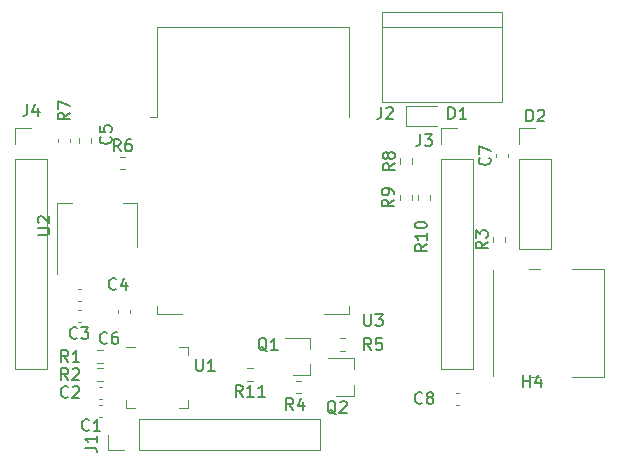
<source format=gbr>
%TF.GenerationSoftware,KiCad,Pcbnew,(5.99.0-7519-ga8269b6380)*%
%TF.CreationDate,2021-01-03T22:28:01+01:00*%
%TF.ProjectId,l0ggi,6c306767-692e-46b6-9963-61645f706362,rev?*%
%TF.SameCoordinates,Original*%
%TF.FileFunction,Legend,Top*%
%TF.FilePolarity,Positive*%
%FSLAX46Y46*%
G04 Gerber Fmt 4.6, Leading zero omitted, Abs format (unit mm)*
G04 Created by KiCad (PCBNEW (5.99.0-7519-ga8269b6380)) date 2021-01-03 22:28:01*
%MOMM*%
%LPD*%
G01*
G04 APERTURE LIST*
%ADD10C,0.150000*%
%ADD11C,0.120000*%
G04 APERTURE END LIST*
D10*
%TO.C,D1*%
X76223904Y-61666380D02*
X76223904Y-60666380D01*
X76462000Y-60666380D01*
X76604857Y-60714000D01*
X76700095Y-60809238D01*
X76747714Y-60904476D01*
X76795333Y-61094952D01*
X76795333Y-61237809D01*
X76747714Y-61428285D01*
X76700095Y-61523523D01*
X76604857Y-61618761D01*
X76462000Y-61666380D01*
X76223904Y-61666380D01*
X77747714Y-61666380D02*
X77176285Y-61666380D01*
X77462000Y-61666380D02*
X77462000Y-60666380D01*
X77366761Y-60809238D01*
X77271523Y-60904476D01*
X77176285Y-60952095D01*
%TO.C,U3*%
X69088095Y-78192380D02*
X69088095Y-79001904D01*
X69135714Y-79097142D01*
X69183333Y-79144761D01*
X69278571Y-79192380D01*
X69469047Y-79192380D01*
X69564285Y-79144761D01*
X69611904Y-79097142D01*
X69659523Y-79001904D01*
X69659523Y-78192380D01*
X70040476Y-78192380D02*
X70659523Y-78192380D01*
X70326190Y-78573333D01*
X70469047Y-78573333D01*
X70564285Y-78620952D01*
X70611904Y-78668571D01*
X70659523Y-78763809D01*
X70659523Y-79001904D01*
X70611904Y-79097142D01*
X70564285Y-79144761D01*
X70469047Y-79192380D01*
X70183333Y-79192380D01*
X70088095Y-79144761D01*
X70040476Y-79097142D01*
%TO.C,U2*%
X41434380Y-71459903D02*
X42243904Y-71459903D01*
X42339142Y-71412284D01*
X42386761Y-71364665D01*
X42434380Y-71269427D01*
X42434380Y-71078951D01*
X42386761Y-70983713D01*
X42339142Y-70936094D01*
X42243904Y-70888475D01*
X41434380Y-70888475D01*
X41529619Y-70459903D02*
X41482000Y-70412284D01*
X41434380Y-70317046D01*
X41434380Y-70078951D01*
X41482000Y-69983713D01*
X41529619Y-69936094D01*
X41624857Y-69888475D01*
X41720095Y-69888475D01*
X41862952Y-69936094D01*
X42434380Y-70507522D01*
X42434380Y-69888475D01*
%TO.C,U1*%
X54864095Y-82002380D02*
X54864095Y-82811904D01*
X54911714Y-82907142D01*
X54959333Y-82954761D01*
X55054571Y-83002380D01*
X55245047Y-83002380D01*
X55340285Y-82954761D01*
X55387904Y-82907142D01*
X55435523Y-82811904D01*
X55435523Y-82002380D01*
X56435523Y-83002380D02*
X55864095Y-83002380D01*
X56149809Y-83002380D02*
X56149809Y-82002380D01*
X56054571Y-82145238D01*
X55959333Y-82240476D01*
X55864095Y-82288095D01*
%TO.C,R11*%
X58793142Y-85194380D02*
X58459809Y-84718190D01*
X58221714Y-85194380D02*
X58221714Y-84194380D01*
X58602666Y-84194380D01*
X58697904Y-84242000D01*
X58745523Y-84289619D01*
X58793142Y-84384857D01*
X58793142Y-84527714D01*
X58745523Y-84622952D01*
X58697904Y-84670571D01*
X58602666Y-84718190D01*
X58221714Y-84718190D01*
X59745523Y-85194380D02*
X59174095Y-85194380D01*
X59459809Y-85194380D02*
X59459809Y-84194380D01*
X59364571Y-84337238D01*
X59269333Y-84432476D01*
X59174095Y-84480095D01*
X60697904Y-85194380D02*
X60126476Y-85194380D01*
X60412190Y-85194380D02*
X60412190Y-84194380D01*
X60316952Y-84337238D01*
X60221714Y-84432476D01*
X60126476Y-84480095D01*
%TO.C,R10*%
X74366380Y-72270857D02*
X73890190Y-72604190D01*
X74366380Y-72842285D02*
X73366380Y-72842285D01*
X73366380Y-72461333D01*
X73414000Y-72366095D01*
X73461619Y-72318476D01*
X73556857Y-72270857D01*
X73699714Y-72270857D01*
X73794952Y-72318476D01*
X73842571Y-72366095D01*
X73890190Y-72461333D01*
X73890190Y-72842285D01*
X74366380Y-71318476D02*
X74366380Y-71889904D01*
X74366380Y-71604190D02*
X73366380Y-71604190D01*
X73509238Y-71699428D01*
X73604476Y-71794666D01*
X73652095Y-71889904D01*
X73366380Y-70699428D02*
X73366380Y-70604190D01*
X73414000Y-70508952D01*
X73461619Y-70461333D01*
X73556857Y-70413714D01*
X73747333Y-70366095D01*
X73985428Y-70366095D01*
X74175904Y-70413714D01*
X74271142Y-70461333D01*
X74318761Y-70508952D01*
X74366380Y-70604190D01*
X74366380Y-70699428D01*
X74318761Y-70794666D01*
X74271142Y-70842285D01*
X74175904Y-70889904D01*
X73985428Y-70937523D01*
X73747333Y-70937523D01*
X73556857Y-70889904D01*
X73461619Y-70842285D01*
X73414000Y-70794666D01*
X73366380Y-70699428D01*
%TO.C,R9*%
X71572380Y-68492666D02*
X71096190Y-68826000D01*
X71572380Y-69064095D02*
X70572380Y-69064095D01*
X70572380Y-68683142D01*
X70620000Y-68587904D01*
X70667619Y-68540285D01*
X70762857Y-68492666D01*
X70905714Y-68492666D01*
X71000952Y-68540285D01*
X71048571Y-68587904D01*
X71096190Y-68683142D01*
X71096190Y-69064095D01*
X71572380Y-68016476D02*
X71572380Y-67826000D01*
X71524761Y-67730761D01*
X71477142Y-67683142D01*
X71334285Y-67587904D01*
X71143809Y-67540285D01*
X70762857Y-67540285D01*
X70667619Y-67587904D01*
X70620000Y-67635523D01*
X70572380Y-67730761D01*
X70572380Y-67921238D01*
X70620000Y-68016476D01*
X70667619Y-68064095D01*
X70762857Y-68111714D01*
X71000952Y-68111714D01*
X71096190Y-68064095D01*
X71143809Y-68016476D01*
X71191428Y-67921238D01*
X71191428Y-67730761D01*
X71143809Y-67635523D01*
X71096190Y-67587904D01*
X71000952Y-67540285D01*
%TO.C,R8*%
X71666380Y-65416445D02*
X71190190Y-65749779D01*
X71666380Y-65987874D02*
X70666380Y-65987874D01*
X70666380Y-65606921D01*
X70714000Y-65511683D01*
X70761619Y-65464064D01*
X70856857Y-65416445D01*
X70999714Y-65416445D01*
X71094952Y-65464064D01*
X71142571Y-65511683D01*
X71190190Y-65606921D01*
X71190190Y-65987874D01*
X71094952Y-64845017D02*
X71047333Y-64940255D01*
X70999714Y-64987874D01*
X70904476Y-65035493D01*
X70856857Y-65035493D01*
X70761619Y-64987874D01*
X70714000Y-64940255D01*
X70666380Y-64845017D01*
X70666380Y-64654540D01*
X70714000Y-64559302D01*
X70761619Y-64511683D01*
X70856857Y-64464064D01*
X70904476Y-64464064D01*
X70999714Y-64511683D01*
X71047333Y-64559302D01*
X71094952Y-64654540D01*
X71094952Y-64845017D01*
X71142571Y-64940255D01*
X71190190Y-64987874D01*
X71285428Y-65035493D01*
X71475904Y-65035493D01*
X71571142Y-64987874D01*
X71618761Y-64940255D01*
X71666380Y-64845017D01*
X71666380Y-64654540D01*
X71618761Y-64559302D01*
X71571142Y-64511683D01*
X71475904Y-64464064D01*
X71285428Y-64464064D01*
X71190190Y-64511683D01*
X71142571Y-64559302D01*
X71094952Y-64654540D01*
%TO.C,R7*%
X44140380Y-61126666D02*
X43664190Y-61460000D01*
X44140380Y-61698095D02*
X43140380Y-61698095D01*
X43140380Y-61317142D01*
X43188000Y-61221904D01*
X43235619Y-61174285D01*
X43330857Y-61126666D01*
X43473714Y-61126666D01*
X43568952Y-61174285D01*
X43616571Y-61221904D01*
X43664190Y-61317142D01*
X43664190Y-61698095D01*
X43140380Y-60793333D02*
X43140380Y-60126666D01*
X44140380Y-60555238D01*
%TO.C,R6*%
X48459807Y-64393957D02*
X48126474Y-63917767D01*
X47888378Y-64393957D02*
X47888378Y-63393957D01*
X48269331Y-63393957D01*
X48364569Y-63441577D01*
X48412188Y-63489196D01*
X48459807Y-63584434D01*
X48459807Y-63727291D01*
X48412188Y-63822529D01*
X48364569Y-63870148D01*
X48269331Y-63917767D01*
X47888378Y-63917767D01*
X49316950Y-63393957D02*
X49126474Y-63393957D01*
X49031235Y-63441577D01*
X48983616Y-63489196D01*
X48888378Y-63632053D01*
X48840759Y-63822529D01*
X48840759Y-64203481D01*
X48888378Y-64298719D01*
X48935997Y-64346338D01*
X49031235Y-64393957D01*
X49221712Y-64393957D01*
X49316950Y-64346338D01*
X49364569Y-64298719D01*
X49412188Y-64203481D01*
X49412188Y-63965386D01*
X49364569Y-63870148D01*
X49316950Y-63822529D01*
X49221712Y-63774910D01*
X49031235Y-63774910D01*
X48935997Y-63822529D01*
X48888378Y-63870148D01*
X48840759Y-63965386D01*
%TO.C,R5*%
X69683333Y-81224380D02*
X69350000Y-80748190D01*
X69111904Y-81224380D02*
X69111904Y-80224380D01*
X69492857Y-80224380D01*
X69588095Y-80272000D01*
X69635714Y-80319619D01*
X69683333Y-80414857D01*
X69683333Y-80557714D01*
X69635714Y-80652952D01*
X69588095Y-80700571D01*
X69492857Y-80748190D01*
X69111904Y-80748190D01*
X70588095Y-80224380D02*
X70111904Y-80224380D01*
X70064285Y-80700571D01*
X70111904Y-80652952D01*
X70207142Y-80605333D01*
X70445238Y-80605333D01*
X70540476Y-80652952D01*
X70588095Y-80700571D01*
X70635714Y-80795809D01*
X70635714Y-81033904D01*
X70588095Y-81129142D01*
X70540476Y-81176761D01*
X70445238Y-81224380D01*
X70207142Y-81224380D01*
X70111904Y-81176761D01*
X70064285Y-81129142D01*
%TO.C,R4*%
X63079333Y-86304380D02*
X62746000Y-85828190D01*
X62507904Y-86304380D02*
X62507904Y-85304380D01*
X62888857Y-85304380D01*
X62984095Y-85352000D01*
X63031714Y-85399619D01*
X63079333Y-85494857D01*
X63079333Y-85637714D01*
X63031714Y-85732952D01*
X62984095Y-85780571D01*
X62888857Y-85828190D01*
X62507904Y-85828190D01*
X63936476Y-85637714D02*
X63936476Y-86304380D01*
X63698380Y-85256761D02*
X63460285Y-85971047D01*
X64079333Y-85971047D01*
%TO.C,R3*%
X79540380Y-72048666D02*
X79064190Y-72382000D01*
X79540380Y-72620095D02*
X78540380Y-72620095D01*
X78540380Y-72239142D01*
X78588000Y-72143904D01*
X78635619Y-72096285D01*
X78730857Y-72048666D01*
X78873714Y-72048666D01*
X78968952Y-72096285D01*
X79016571Y-72143904D01*
X79064190Y-72239142D01*
X79064190Y-72620095D01*
X78540380Y-71715333D02*
X78540380Y-71096285D01*
X78921333Y-71429619D01*
X78921333Y-71286761D01*
X78968952Y-71191523D01*
X79016571Y-71143904D01*
X79111809Y-71096285D01*
X79349904Y-71096285D01*
X79445142Y-71143904D01*
X79492761Y-71191523D01*
X79540380Y-71286761D01*
X79540380Y-71572476D01*
X79492761Y-71667714D01*
X79445142Y-71715333D01*
%TO.C,R2*%
X44029333Y-83764380D02*
X43696000Y-83288190D01*
X43457904Y-83764380D02*
X43457904Y-82764380D01*
X43838857Y-82764380D01*
X43934095Y-82812000D01*
X43981714Y-82859619D01*
X44029333Y-82954857D01*
X44029333Y-83097714D01*
X43981714Y-83192952D01*
X43934095Y-83240571D01*
X43838857Y-83288190D01*
X43457904Y-83288190D01*
X44410285Y-82859619D02*
X44457904Y-82812000D01*
X44553142Y-82764380D01*
X44791238Y-82764380D01*
X44886476Y-82812000D01*
X44934095Y-82859619D01*
X44981714Y-82954857D01*
X44981714Y-83050095D01*
X44934095Y-83192952D01*
X44362666Y-83764380D01*
X44981714Y-83764380D01*
%TO.C,R1*%
X44029333Y-82240380D02*
X43696000Y-81764190D01*
X43457904Y-82240380D02*
X43457904Y-81240380D01*
X43838857Y-81240380D01*
X43934095Y-81288000D01*
X43981714Y-81335619D01*
X44029333Y-81430857D01*
X44029333Y-81573714D01*
X43981714Y-81668952D01*
X43934095Y-81716571D01*
X43838857Y-81764190D01*
X43457904Y-81764190D01*
X44981714Y-82240380D02*
X44410285Y-82240380D01*
X44696000Y-82240380D02*
X44696000Y-81240380D01*
X44600761Y-81383238D01*
X44505523Y-81478476D01*
X44410285Y-81526095D01*
%TO.C,Q2*%
X66706761Y-86653619D02*
X66611523Y-86606000D01*
X66516285Y-86510761D01*
X66373428Y-86367904D01*
X66278190Y-86320285D01*
X66182952Y-86320285D01*
X66230571Y-86558380D02*
X66135333Y-86510761D01*
X66040095Y-86415523D01*
X65992476Y-86225047D01*
X65992476Y-85891714D01*
X66040095Y-85701238D01*
X66135333Y-85606000D01*
X66230571Y-85558380D01*
X66421047Y-85558380D01*
X66516285Y-85606000D01*
X66611523Y-85701238D01*
X66659142Y-85891714D01*
X66659142Y-86225047D01*
X66611523Y-86415523D01*
X66516285Y-86510761D01*
X66421047Y-86558380D01*
X66230571Y-86558380D01*
X67040095Y-85653619D02*
X67087714Y-85606000D01*
X67182952Y-85558380D01*
X67421047Y-85558380D01*
X67516285Y-85606000D01*
X67563904Y-85653619D01*
X67611523Y-85748857D01*
X67611523Y-85844095D01*
X67563904Y-85986952D01*
X66992476Y-86558380D01*
X67611523Y-86558380D01*
%TO.C,Q1*%
X60864761Y-81319619D02*
X60769523Y-81272000D01*
X60674285Y-81176761D01*
X60531428Y-81033904D01*
X60436190Y-80986285D01*
X60340952Y-80986285D01*
X60388571Y-81224380D02*
X60293333Y-81176761D01*
X60198095Y-81081523D01*
X60150476Y-80891047D01*
X60150476Y-80557714D01*
X60198095Y-80367238D01*
X60293333Y-80272000D01*
X60388571Y-80224380D01*
X60579047Y-80224380D01*
X60674285Y-80272000D01*
X60769523Y-80367238D01*
X60817142Y-80557714D01*
X60817142Y-80891047D01*
X60769523Y-81081523D01*
X60674285Y-81176761D01*
X60579047Y-81224380D01*
X60388571Y-81224380D01*
X61769523Y-81224380D02*
X61198095Y-81224380D01*
X61483809Y-81224380D02*
X61483809Y-80224380D01*
X61388571Y-80367238D01*
X61293333Y-80462476D01*
X61198095Y-80510095D01*
%TO.C,J4*%
X40560666Y-60412380D02*
X40560666Y-61126666D01*
X40513047Y-61269523D01*
X40417809Y-61364761D01*
X40274952Y-61412380D01*
X40179714Y-61412380D01*
X41465428Y-60745714D02*
X41465428Y-61412380D01*
X41227333Y-60364761D02*
X40989238Y-61079047D01*
X41608285Y-61079047D01*
%TO.C,J3*%
X73834666Y-62952380D02*
X73834666Y-63666666D01*
X73787047Y-63809523D01*
X73691809Y-63904761D01*
X73548952Y-63952380D01*
X73453714Y-63952380D01*
X74215619Y-62952380D02*
X74834666Y-62952380D01*
X74501333Y-63333333D01*
X74644190Y-63333333D01*
X74739428Y-63380952D01*
X74787047Y-63428571D01*
X74834666Y-63523809D01*
X74834666Y-63761904D01*
X74787047Y-63857142D01*
X74739428Y-63904761D01*
X74644190Y-63952380D01*
X74358476Y-63952380D01*
X74263238Y-63904761D01*
X74215619Y-63857142D01*
%TO.C,J2*%
X70532666Y-60666380D02*
X70532666Y-61380666D01*
X70485047Y-61523523D01*
X70389809Y-61618761D01*
X70246952Y-61666380D01*
X70151714Y-61666380D01*
X70961238Y-60761619D02*
X71008857Y-60714000D01*
X71104095Y-60666380D01*
X71342190Y-60666380D01*
X71437428Y-60714000D01*
X71485047Y-60761619D01*
X71532666Y-60856857D01*
X71532666Y-60952095D01*
X71485047Y-61094952D01*
X70913619Y-61666380D01*
X71532666Y-61666380D01*
%TO.C,J1*%
X45426380Y-89487333D02*
X46140666Y-89487333D01*
X46283523Y-89534952D01*
X46378761Y-89630190D01*
X46426380Y-89773047D01*
X46426380Y-89868285D01*
X46426380Y-88487333D02*
X46426380Y-89058761D01*
X46426380Y-88773047D02*
X45426380Y-88773047D01*
X45569238Y-88868285D01*
X45664476Y-88963523D01*
X45712095Y-89058761D01*
%TO.C,H4*%
X82550095Y-84382380D02*
X82550095Y-83382380D01*
X82550095Y-83858571D02*
X83121523Y-83858571D01*
X83121523Y-84382380D02*
X83121523Y-83382380D01*
X84026285Y-83715714D02*
X84026285Y-84382380D01*
X83788190Y-83334761D02*
X83550095Y-84049047D01*
X84169142Y-84049047D01*
%TO.C,D2*%
X82827904Y-61870071D02*
X82827904Y-60870071D01*
X83066000Y-60870071D01*
X83208857Y-60917691D01*
X83304095Y-61012929D01*
X83351714Y-61108167D01*
X83399333Y-61298643D01*
X83399333Y-61441500D01*
X83351714Y-61631976D01*
X83304095Y-61727214D01*
X83208857Y-61822452D01*
X83066000Y-61870071D01*
X82827904Y-61870071D01*
X83780285Y-60965310D02*
X83827904Y-60917691D01*
X83923142Y-60870071D01*
X84161238Y-60870071D01*
X84256476Y-60917691D01*
X84304095Y-60965310D01*
X84351714Y-61060548D01*
X84351714Y-61155786D01*
X84304095Y-61298643D01*
X83732666Y-61870071D01*
X84351714Y-61870071D01*
%TO.C,C8*%
X74001333Y-85701142D02*
X73953714Y-85748761D01*
X73810857Y-85796380D01*
X73715619Y-85796380D01*
X73572761Y-85748761D01*
X73477523Y-85653523D01*
X73429904Y-85558285D01*
X73382285Y-85367809D01*
X73382285Y-85224952D01*
X73429904Y-85034476D01*
X73477523Y-84939238D01*
X73572761Y-84844000D01*
X73715619Y-84796380D01*
X73810857Y-84796380D01*
X73953714Y-84844000D01*
X74001333Y-84891619D01*
X74572761Y-85224952D02*
X74477523Y-85177333D01*
X74429904Y-85129714D01*
X74382285Y-85034476D01*
X74382285Y-84986857D01*
X74429904Y-84891619D01*
X74477523Y-84844000D01*
X74572761Y-84796380D01*
X74763238Y-84796380D01*
X74858476Y-84844000D01*
X74906095Y-84891619D01*
X74953714Y-84986857D01*
X74953714Y-85034476D01*
X74906095Y-85129714D01*
X74858476Y-85177333D01*
X74763238Y-85224952D01*
X74572761Y-85224952D01*
X74477523Y-85272571D01*
X74429904Y-85320190D01*
X74382285Y-85415428D01*
X74382285Y-85605904D01*
X74429904Y-85701142D01*
X74477523Y-85748761D01*
X74572761Y-85796380D01*
X74763238Y-85796380D01*
X74858476Y-85748761D01*
X74906095Y-85701142D01*
X74953714Y-85605904D01*
X74953714Y-85415428D01*
X74906095Y-85320190D01*
X74858476Y-85272571D01*
X74763238Y-85224952D01*
%TO.C,C7*%
X79699142Y-64936666D02*
X79746761Y-64984285D01*
X79794380Y-65127142D01*
X79794380Y-65222380D01*
X79746761Y-65365238D01*
X79651523Y-65460476D01*
X79556285Y-65508095D01*
X79365809Y-65555714D01*
X79222952Y-65555714D01*
X79032476Y-65508095D01*
X78937238Y-65460476D01*
X78842000Y-65365238D01*
X78794380Y-65222380D01*
X78794380Y-65127142D01*
X78842000Y-64984285D01*
X78889619Y-64936666D01*
X78794380Y-64603333D02*
X78794380Y-63936666D01*
X79794380Y-64365238D01*
%TO.C,C6*%
X47331333Y-80621142D02*
X47283714Y-80668761D01*
X47140857Y-80716380D01*
X47045619Y-80716380D01*
X46902761Y-80668761D01*
X46807523Y-80573523D01*
X46759904Y-80478285D01*
X46712285Y-80287809D01*
X46712285Y-80144952D01*
X46759904Y-79954476D01*
X46807523Y-79859238D01*
X46902761Y-79764000D01*
X47045619Y-79716380D01*
X47140857Y-79716380D01*
X47283714Y-79764000D01*
X47331333Y-79811619D01*
X48188476Y-79716380D02*
X47998000Y-79716380D01*
X47902761Y-79764000D01*
X47855142Y-79811619D01*
X47759904Y-79954476D01*
X47712285Y-80144952D01*
X47712285Y-80525904D01*
X47759904Y-80621142D01*
X47807523Y-80668761D01*
X47902761Y-80716380D01*
X48093238Y-80716380D01*
X48188476Y-80668761D01*
X48236095Y-80621142D01*
X48283714Y-80525904D01*
X48283714Y-80287809D01*
X48236095Y-80192571D01*
X48188476Y-80144952D01*
X48093238Y-80097333D01*
X47902761Y-80097333D01*
X47807523Y-80144952D01*
X47759904Y-80192571D01*
X47712285Y-80287809D01*
%TO.C,C5*%
X47601142Y-63158666D02*
X47648761Y-63206285D01*
X47696380Y-63349142D01*
X47696380Y-63444380D01*
X47648761Y-63587238D01*
X47553523Y-63682476D01*
X47458285Y-63730095D01*
X47267809Y-63777714D01*
X47124952Y-63777714D01*
X46934476Y-63730095D01*
X46839238Y-63682476D01*
X46744000Y-63587238D01*
X46696380Y-63444380D01*
X46696380Y-63349142D01*
X46744000Y-63206285D01*
X46791619Y-63158666D01*
X46696380Y-62253904D02*
X46696380Y-62730095D01*
X47172571Y-62777714D01*
X47124952Y-62730095D01*
X47077333Y-62634857D01*
X47077333Y-62396761D01*
X47124952Y-62301523D01*
X47172571Y-62253904D01*
X47267809Y-62206285D01*
X47505904Y-62206285D01*
X47601142Y-62253904D01*
X47648761Y-62301523D01*
X47696380Y-62396761D01*
X47696380Y-62634857D01*
X47648761Y-62730095D01*
X47601142Y-62777714D01*
%TO.C,C4*%
X48093333Y-76049142D02*
X48045714Y-76096761D01*
X47902857Y-76144380D01*
X47807619Y-76144380D01*
X47664761Y-76096761D01*
X47569523Y-76001523D01*
X47521904Y-75906285D01*
X47474285Y-75715809D01*
X47474285Y-75572952D01*
X47521904Y-75382476D01*
X47569523Y-75287238D01*
X47664761Y-75192000D01*
X47807619Y-75144380D01*
X47902857Y-75144380D01*
X48045714Y-75192000D01*
X48093333Y-75239619D01*
X48950476Y-75477714D02*
X48950476Y-76144380D01*
X48712380Y-75096761D02*
X48474285Y-75811047D01*
X49093333Y-75811047D01*
%TO.C,C3*%
X44791333Y-80199141D02*
X44743714Y-80246760D01*
X44600857Y-80294379D01*
X44505619Y-80294379D01*
X44362761Y-80246760D01*
X44267523Y-80151522D01*
X44219904Y-80056284D01*
X44172285Y-79865808D01*
X44172285Y-79722951D01*
X44219904Y-79532475D01*
X44267523Y-79437237D01*
X44362761Y-79341999D01*
X44505619Y-79294379D01*
X44600857Y-79294379D01*
X44743714Y-79341999D01*
X44791333Y-79389618D01*
X45124666Y-79294379D02*
X45743714Y-79294379D01*
X45410380Y-79675332D01*
X45553238Y-79675332D01*
X45648476Y-79722951D01*
X45696095Y-79770570D01*
X45743714Y-79865808D01*
X45743714Y-80103903D01*
X45696095Y-80199141D01*
X45648476Y-80246760D01*
X45553238Y-80294379D01*
X45267523Y-80294379D01*
X45172285Y-80246760D01*
X45124666Y-80199141D01*
%TO.C,C2*%
X44029333Y-85193142D02*
X43981714Y-85240761D01*
X43838857Y-85288380D01*
X43743619Y-85288380D01*
X43600761Y-85240761D01*
X43505523Y-85145523D01*
X43457904Y-85050285D01*
X43410285Y-84859809D01*
X43410285Y-84716952D01*
X43457904Y-84526476D01*
X43505523Y-84431238D01*
X43600761Y-84336000D01*
X43743619Y-84288380D01*
X43838857Y-84288380D01*
X43981714Y-84336000D01*
X44029333Y-84383619D01*
X44410285Y-84383619D02*
X44457904Y-84336000D01*
X44553142Y-84288380D01*
X44791238Y-84288380D01*
X44886476Y-84336000D01*
X44934095Y-84383619D01*
X44981714Y-84478857D01*
X44981714Y-84574095D01*
X44934095Y-84716952D01*
X44362666Y-85288380D01*
X44981714Y-85288380D01*
%TO.C,C1*%
X45807333Y-87987142D02*
X45759714Y-88034761D01*
X45616857Y-88082380D01*
X45521619Y-88082380D01*
X45378761Y-88034761D01*
X45283523Y-87939523D01*
X45235904Y-87844285D01*
X45188285Y-87653809D01*
X45188285Y-87510952D01*
X45235904Y-87320476D01*
X45283523Y-87225238D01*
X45378761Y-87130000D01*
X45521619Y-87082380D01*
X45616857Y-87082380D01*
X45759714Y-87130000D01*
X45807333Y-87177619D01*
X46759714Y-88082380D02*
X46188285Y-88082380D01*
X46474000Y-88082380D02*
X46474000Y-87082380D01*
X46378761Y-87225238D01*
X46283523Y-87320476D01*
X46188285Y-87368095D01*
D11*
%TO.C,D1*%
X72668000Y-60584000D02*
X75218000Y-60584000D01*
X72668000Y-62284000D02*
X75218000Y-62284000D01*
X72668000Y-60584000D02*
X72668000Y-62284000D01*
%TO.C,U3*%
X51570000Y-61540000D02*
X50960000Y-61540000D01*
X51570000Y-61540000D02*
X51570000Y-53920000D01*
X51570000Y-78160000D02*
X51570000Y-77540000D01*
X53690000Y-78160000D02*
X51570000Y-78160000D01*
X67810000Y-78160000D02*
X65690000Y-78160000D01*
X67810000Y-77540000D02*
X67810000Y-78160000D01*
X67810000Y-53920000D02*
X67810000Y-61540000D01*
X51570000Y-53920000D02*
X67810000Y-53920000D01*
%TO.C,U2*%
X43072000Y-74797999D02*
X43072000Y-68787999D01*
X49892000Y-72547999D02*
X49892000Y-68787999D01*
X43072000Y-68787999D02*
X44332000Y-68787999D01*
X49892000Y-68787999D02*
X48632000Y-68787999D01*
%TO.C,U1*%
X49677000Y-80956000D02*
X48952000Y-80956000D01*
X54172000Y-86176000D02*
X54172000Y-85451000D01*
X53447000Y-86176000D02*
X54172000Y-86176000D01*
X48952000Y-86176000D02*
X48952000Y-85451000D01*
X49677000Y-86176000D02*
X48952000Y-86176000D01*
X54172000Y-80956000D02*
X54172000Y-81681000D01*
X53447000Y-80956000D02*
X54172000Y-80956000D01*
%TO.C,R11*%
X59673258Y-82789500D02*
X59198742Y-82789500D01*
X59673258Y-83834500D02*
X59198742Y-83834500D01*
%TO.C,R10*%
X73645500Y-68088742D02*
X73645500Y-68563258D01*
X74690500Y-68088742D02*
X74690500Y-68563258D01*
%TO.C,R9*%
X72121500Y-68088742D02*
X72121500Y-68563258D01*
X73166500Y-68088742D02*
X73166500Y-68563258D01*
%TO.C,R8*%
X73166500Y-65487037D02*
X73166500Y-65012521D01*
X72121500Y-65487037D02*
X72121500Y-65012521D01*
%TO.C,R7*%
X45988500Y-63737258D02*
X45988500Y-63262742D01*
X44943500Y-63737258D02*
X44943500Y-63262742D01*
%TO.C,R6*%
X48389216Y-65894077D02*
X48863732Y-65894077D01*
X48389216Y-64849077D02*
X48863732Y-64849077D01*
%TO.C,R5*%
X67490497Y-80249500D02*
X67015981Y-80249500D01*
X67490497Y-81294500D02*
X67015981Y-81294500D01*
%TO.C,R4*%
X63306667Y-84872384D02*
X63781183Y-84872384D01*
X63306667Y-83827384D02*
X63781183Y-83827384D01*
%TO.C,R3*%
X81040500Y-72119258D02*
X81040500Y-71644742D01*
X79995500Y-72119258D02*
X79995500Y-71644742D01*
%TO.C,R2*%
X46973258Y-82789500D02*
X46498742Y-82789500D01*
X46973258Y-83834500D02*
X46498742Y-83834500D01*
%TO.C,R1*%
X46498742Y-82310500D02*
X46973258Y-82310500D01*
X46498742Y-81265500D02*
X46973258Y-81265500D01*
%TO.C,Q2*%
X68204150Y-85083062D02*
X66744150Y-85083062D01*
X68204150Y-81923062D02*
X66044150Y-81923062D01*
X68204150Y-81923062D02*
X68204150Y-82853062D01*
X68204150Y-85083062D02*
X68204150Y-84153062D01*
%TO.C,Q1*%
X64514000Y-83368000D02*
X63054000Y-83368000D01*
X64514000Y-80208000D02*
X62354000Y-80208000D01*
X64514000Y-80208000D02*
X64514000Y-81138000D01*
X64514000Y-83368000D02*
X64514000Y-82438000D01*
%TO.C,P1*%
X83045000Y-83535000D02*
X83945000Y-83535000D01*
X83045000Y-74345000D02*
X83945000Y-74345000D01*
X86645000Y-83535000D02*
X89375000Y-83535000D01*
X86645000Y-74345000D02*
X89375000Y-74345000D01*
X79965000Y-83415000D02*
X79965000Y-74465000D01*
X89375000Y-83535000D02*
X89375000Y-74345000D01*
%TO.C,J4*%
X39564000Y-62424000D02*
X40894000Y-62424000D01*
X39564000Y-63754000D02*
X39564000Y-62424000D01*
X39564000Y-65024000D02*
X42224000Y-65024000D01*
X42224000Y-65024000D02*
X42224000Y-82864000D01*
X39564000Y-65024000D02*
X39564000Y-82864000D01*
X39564000Y-82864000D02*
X42224000Y-82864000D01*
%TO.C,J3*%
X75632000Y-62424000D02*
X76962000Y-62424000D01*
X75632000Y-63754000D02*
X75632000Y-62424000D01*
X75632000Y-65024000D02*
X78292000Y-65024000D01*
X78292000Y-65024000D02*
X78292000Y-82864000D01*
X75632000Y-65024000D02*
X75632000Y-82864000D01*
X75632000Y-82864000D02*
X78292000Y-82864000D01*
%TO.C,J2*%
X80772000Y-52578000D02*
X70612000Y-52578000D01*
X80772000Y-60198000D02*
X80772000Y-52578000D01*
X70612000Y-60198000D02*
X80772000Y-60198000D01*
X70612000Y-52578000D02*
X70612000Y-60198000D01*
X70612000Y-53848000D02*
X80772000Y-53848000D01*
%TO.C,J1*%
X47438000Y-89722000D02*
X47438000Y-88392000D01*
X48768000Y-89722000D02*
X47438000Y-89722000D01*
X50038000Y-89722000D02*
X50038000Y-87062000D01*
X50038000Y-87062000D02*
X65338000Y-87062000D01*
X50038000Y-89722000D02*
X65338000Y-89722000D01*
X65338000Y-89722000D02*
X65338000Y-87062000D01*
%TO.C,D2*%
X82236000Y-62417691D02*
X83566000Y-62417691D01*
X82236000Y-63747691D02*
X82236000Y-62417691D01*
X82236000Y-65017691D02*
X84896000Y-65017691D01*
X84896000Y-65017691D02*
X84896000Y-72697691D01*
X82236000Y-65017691D02*
X82236000Y-72697691D01*
X82236000Y-72697691D02*
X84896000Y-72697691D01*
%TO.C,C8*%
X76821420Y-85854000D02*
X77102580Y-85854000D01*
X76821420Y-84834000D02*
X77102580Y-84834000D01*
%TO.C,C7*%
X81282000Y-64910580D02*
X81282000Y-64629420D01*
X80262000Y-64910580D02*
X80262000Y-64629420D01*
%TO.C,C6*%
X48258000Y-77837420D02*
X48258000Y-78118580D01*
X49278000Y-77837420D02*
X49278000Y-78118580D01*
%TO.C,C5*%
X43178000Y-63359420D02*
X43178000Y-63640580D01*
X44198000Y-63359420D02*
X44198000Y-63640580D01*
%TO.C,C4*%
X44817420Y-77049999D02*
X45098580Y-77049999D01*
X44817420Y-76029999D02*
X45098580Y-76029999D01*
%TO.C,C3*%
X45098580Y-77807999D02*
X44817420Y-77807999D01*
X45098580Y-78827999D02*
X44817420Y-78827999D01*
%TO.C,C2*%
X46876580Y-84326000D02*
X46595420Y-84326000D01*
X46876580Y-85346000D02*
X46595420Y-85346000D01*
%TO.C,C1*%
X46876580Y-85850000D02*
X46595420Y-85850000D01*
X46876580Y-86870000D02*
X46595420Y-86870000D01*
%TD*%
M02*

</source>
